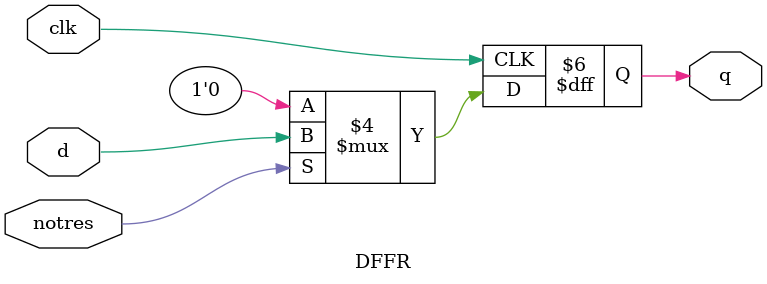
<source format=v>

module DFFR  (
  input wire clk, notres, d,
  output reg q);          
  reg res;
  always @(posedge clk)
    begin
      res = !notres;
    if ( res )       // reset
      q <= 1'b0;
    else
      q <= d;
    end
endmodule

</source>
